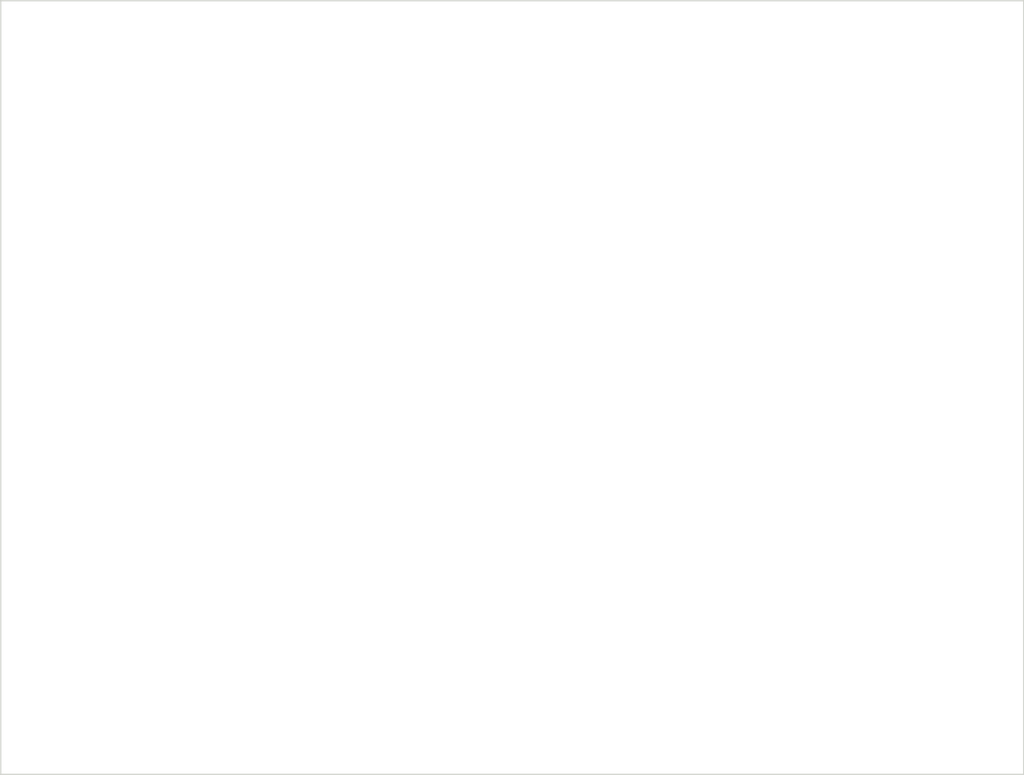
<source format=kicad_pcb>
(kicad_pcb
	(version 20241229)
	(generator "pcbnew")
	(generator_version "9.0")
	(general
		(thickness 1.6)
		(legacy_teardrops no)
	)
	(paper "A4")
	(layers
		(0 "F.Cu" signal)
		(2 "B.Cu" signal)
		(13 "F.Paste" user)
		(15 "B.Paste" user)
		(5 "F.SilkS" user "F.Silkscreen")
		(7 "B.SilkS" user "B.Silkscreen")
		(1 "F.Mask" user)
		(3 "B.Mask" user)
		(25 "Edge.Cuts" user)
		(27 "Margin" user)
		(31 "F.CrtYd" user "F.Courtyard")
		(29 "B.CrtYd" user "B.Courtyard")
		(35 "F.Fab" user)
		(33 "B.Fab" user)
	)
	(setup
		(stackup
			(layer "F.SilkS"
				(type "Top Silk Screen")
			)
			(layer "F.Paste"
				(type "Top Solder Paste")
			)
			(layer "F.Mask"
				(type "Top Solder Mask")
				(thickness 0.01)
			)
			(layer "F.Cu"
				(type "copper")
				(thickness 0.035)
			)
			(layer "dielectric 1"
				(type "core")
				(thickness 1.51)
				(material "FR4")
				(epsilon_r 4.5)
				(loss_tangent 0.02)
			)
			(layer "B.Cu"
				(type "copper")
				(thickness 0.035)
			)
			(layer "B.Mask"
				(type "Bottom Solder Mask")
				(thickness 0.01)
			)
			(layer "B.Paste"
				(type "Bottom Solder Paste")
			)
			(layer "B.SilkS"
				(type "Bottom Silk Screen")
			)
			(copper_finish "None")
			(dielectric_constraints no)
		)
		(pad_to_mask_clearance 0)
		(solder_mask_min_width 0.1016)
		(allow_soldermask_bridges_in_footprints no)
		(tenting front back)
		(pcbplotparams
			(layerselection 0x00000000_00000000_55555555_5755f5ff)
			(plot_on_all_layers_selection 0x00000000_00000000_00000000_00000000)
			(disableapertmacros no)
			(usegerberextensions no)
			(usegerberattributes yes)
			(usegerberadvancedattributes yes)
			(creategerberjobfile yes)
			(dashed_line_dash_ratio 12.000000)
			(dashed_line_gap_ratio 3.000000)
			(svgprecision 4)
			(plotframeref no)
			(mode 1)
			(useauxorigin no)
			(hpglpennumber 1)
			(hpglpenspeed 20)
			(hpglpendiameter 15.000000)
			(pdf_front_fp_property_popups yes)
			(pdf_back_fp_property_popups yes)
			(pdf_metadata yes)
			(pdf_single_document no)
			(dxfpolygonmode yes)
			(dxfimperialunits yes)
			(dxfusepcbnewfont yes)
			(psnegative no)
			(psa4output no)
			(plot_black_and_white yes)
			(sketchpadsonfab no)
			(plotpadnumbers no)
			(hidednponfab no)
			(sketchdnponfab yes)
			(crossoutdnponfab yes)
			(subtractmaskfromsilk no)
			(outputformat 1)
			(mirror no)
			(drillshape 1)
			(scaleselection 1)
			(outputdirectory "")
		)
	)
	(net 0 "")
	(gr_line
		(start 110 118)
		(end 147 118)
		(stroke
			(width 0.05)
			(type default)
		)
		(layer "Edge.Cuts")
		(uuid "41c6e8d2-9ce4-4091-86bf-2503915fa282")
	)
	(gr_line
		(start 147 90)
		(end 110 90)
		(stroke
			(width 0.05)
			(type default)
		)
		(layer "Edge.Cuts")
		(uuid "8ecc54a1-58d5-45db-8a4d-7fb70aee61c7")
	)
	(gr_line
		(start 147 118)
		(end 147 90)
		(stroke
			(width 0.05)
			(type default)
		)
		(layer "Edge.Cuts")
		(uuid "8faf14bf-de7d-4cac-9763-fe36675f33ac")
	)
	(gr_line
		(start 110 90)
		(end 110 118)
		(stroke
			(width 0.05)
			(type default)
		)
		(layer "Edge.Cuts")
		(uuid "e698f779-fd5f-40af-81f3-67166147c3b8")
	)
	(embedded_fonts no)
)

</source>
